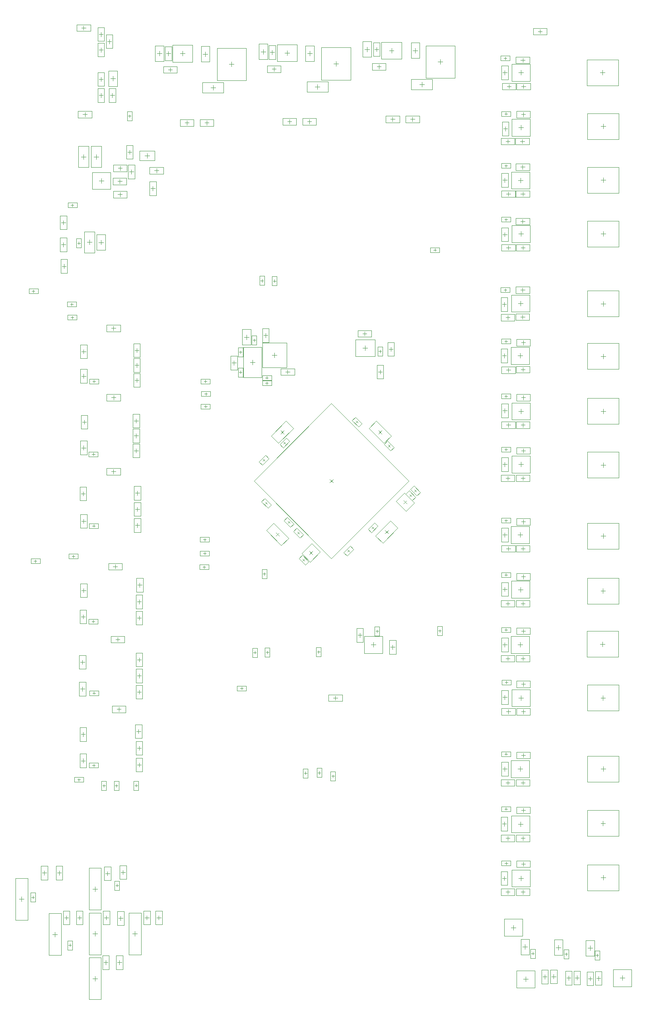
<source format=gbr>
%TF.GenerationSoftware,Altium Limited,Altium Designer,19.1.5 (86)*%
G04 Layer_Color=32896*
%FSLAX26Y26*%
%MOIN*%
%TF.FileFunction,Other,Top_Courtyard*%
%TF.Part,Single*%
G01*
G75*
%TA.AperFunction,NonConductor*%
%ADD98C,0.003937*%
%ADD153C,0.001968*%
D98*
X3366081Y4628919D02*
X3393919Y4601081D01*
X3366081D02*
X3393919Y4628919D01*
X3406081Y5456081D02*
X3433919Y5483919D01*
X3406081Y5483919D02*
X3433919Y5456081D01*
X3256648Y5243352D02*
X3273352Y5226648D01*
X3256648Y5226648D02*
X3273352Y5243352D01*
X4036648Y5546648D02*
X4053352Y5563352D01*
X4036648Y5563352D02*
X4053352Y5546648D01*
X4281081Y4621081D02*
X4308919Y4648919D01*
X4281081Y4648919D02*
X4308919Y4621081D01*
X4436029Y4898666D02*
X4463868Y4870827D01*
X4436029D02*
X4463868Y4898666D01*
X3646081Y4473919D02*
X3673919Y4446081D01*
X3646081Y4446081D02*
X3673919Y4473919D01*
X3170000Y6035315D02*
Y6074685D01*
X3150315Y6055000D02*
X3189685D01*
X2565315Y8640000D02*
X2604685D01*
X2585000Y8620315D02*
Y8659685D01*
X3440315Y8645000D02*
X3479685D01*
X3460000Y8625315D02*
Y8664685D01*
X4315787Y8665000D02*
X4355158D01*
X4335472Y8645315D02*
Y8684685D01*
X4095315Y6175000D02*
X4134685D01*
X4115000Y6155315D02*
Y6194685D01*
X3335118Y6115158D02*
X3374488D01*
X3354803Y6095472D02*
Y6134842D01*
X1215315Y1560000D02*
X1254685D01*
X1235000Y1540315D02*
Y1579685D01*
X2037284Y1030000D02*
X2072717D01*
X2055000Y1012284D02*
Y1047716D01*
X2047284Y1400000D02*
X2082717D01*
X2065000Y1382284D02*
Y1417716D01*
X1702284Y1405000D02*
X1737717D01*
X1720000Y1387284D02*
Y1422716D01*
X2367284Y1405000D02*
X2402717D01*
X2385000Y1387284D02*
Y1422716D01*
X2067284Y1785000D02*
X2102717D01*
X2085000Y1767284D02*
Y1802716D01*
X4222283Y5975000D02*
X4257717D01*
X4240000Y5957283D02*
Y5992717D01*
X4327283Y3670000D02*
X4362717D01*
X4345000Y3652284D02*
Y3687716D01*
X4052284Y3770000D02*
X4087717D01*
X4070000Y3752284D02*
Y3787716D01*
X5580000Y8807283D02*
Y8842717D01*
X5562283Y8825000D02*
X5597717D01*
X2447284Y8640000D02*
X2482717D01*
X2465000Y8622283D02*
Y8657717D01*
X2390000Y8620866D02*
Y8660236D01*
X2370315Y8640551D02*
X2409685D01*
X3317284Y8650000D02*
X3352717D01*
X3335000Y8632283D02*
Y8667717D01*
X3260000Y8635315D02*
Y8674685D01*
X3240315Y8655000D02*
X3279685D01*
X2620000Y8042283D02*
Y8077717D01*
X2602284Y8060000D02*
X2637716D01*
X3480000Y8052283D02*
Y8087717D01*
X3462284Y8070000D02*
X3497716D01*
X4192283Y8675000D02*
X4227717D01*
X4210000Y8657283D02*
Y8692717D01*
X4130000Y8655315D02*
Y8694685D01*
X4110315Y8675000D02*
X4149685D01*
X4345000Y8072283D02*
Y8107717D01*
X4327283Y8090000D02*
X4362717D01*
X2137284Y7650000D02*
X2172717D01*
X2155000Y7632283D02*
Y7667717D01*
X2060000Y7662283D02*
Y7697717D01*
X2042284Y7680000D02*
X2077716D01*
X2122284Y7815000D02*
X2157717D01*
X2140000Y7797283D02*
Y7832717D01*
X2317284Y7510000D02*
X2352717D01*
X2335000Y7492283D02*
Y7527717D01*
X2365512Y7642283D02*
Y7677717D01*
X2347795Y7660000D02*
X2383228D01*
X4312283Y6165000D02*
X4347717D01*
X4330000Y6147283D02*
Y6182717D01*
X4110000Y6277283D02*
Y6312717D01*
X4092284Y6295000D02*
X4127717D01*
X5982283Y895000D02*
X6017717D01*
X6000000Y877284D02*
Y912716D01*
X5802283Y900000D02*
X5837717D01*
X5820000Y882284D02*
Y917716D01*
X5602283Y910000D02*
X5637717D01*
X5620000Y892284D02*
Y927716D01*
X6000000Y1130315D02*
Y1169685D01*
X5980315Y1150000D02*
X6019685D01*
X5735000Y1135315D02*
Y1174685D01*
X5715315Y1155000D02*
X5754685D01*
X5455000Y1140315D02*
Y1179685D01*
X5435315Y1160000D02*
X5474685D01*
X1922284Y1030000D02*
X1957717D01*
X1940000Y1012284D02*
Y1047716D01*
X3865000Y3227284D02*
Y3262717D01*
X3847284Y3245000D02*
X3882716D01*
X1927284Y1405000D02*
X1962717D01*
X1945000Y1387284D02*
Y1422716D01*
X1592284Y1405000D02*
X1627717D01*
X1610000Y1387284D02*
Y1422716D01*
X2267284Y1405000D02*
X2302717D01*
X2285000Y1387284D02*
Y1422716D01*
X1937284Y1775000D02*
X1972717D01*
X1955000Y1757284D02*
Y1792716D01*
X1572284Y6859488D02*
X1607717D01*
X1590000Y6841772D02*
Y6877205D01*
X1567283Y7224488D02*
X1602716D01*
X1585000Y7206772D02*
Y7242205D01*
X1567283Y7040000D02*
X1602716D01*
X1585000Y7022283D02*
Y7057717D01*
X1732284Y2719488D02*
X1767717D01*
X1750000Y2701772D02*
Y2737205D01*
X1727284Y3320000D02*
X1762717D01*
X1745000Y3302284D02*
Y3337716D01*
X2197284Y2965000D02*
X2232717D01*
X2215000Y2947284D02*
Y2982716D01*
X2202284Y2685000D02*
X2237717D01*
X2220000Y2667284D02*
Y2702716D01*
X2202284Y2825000D02*
X2237717D01*
X2220000Y2807284D02*
Y2842716D01*
X1732284Y2940000D02*
X1767717D01*
X1750000Y2922284D02*
Y2957716D01*
X2202284Y3565000D02*
X2237717D01*
X2220000Y3547284D02*
Y3582716D01*
X2202284Y3295000D02*
X2237717D01*
X2220000Y3277284D02*
Y3312716D01*
X2202284Y3430000D02*
X2237717D01*
X2220000Y3412284D02*
Y3447716D01*
X1727284Y3545000D02*
X1762717D01*
X1745000Y3527284D02*
Y3562716D01*
X2050000Y3132283D02*
Y3167716D01*
X2032284Y3150000D02*
X2067716D01*
X2040512Y3717283D02*
Y3752716D01*
X2022795Y3735000D02*
X2058228D01*
X1732284Y3925000D02*
X1767717D01*
X1750000Y3907284D02*
Y3942716D01*
X1737284Y4725000D02*
X1772717D01*
X1755000Y4707283D02*
Y4742717D01*
X2207284Y4190000D02*
X2242717D01*
X2225000Y4172283D02*
Y4207717D01*
X2202284Y3915000D02*
X2237717D01*
X2220000Y3897284D02*
Y3932716D01*
X2202284Y4050000D02*
X2237717D01*
X2220000Y4032284D02*
Y4067716D01*
X1737284Y4145000D02*
X1772717D01*
X1755000Y4127283D02*
Y4162717D01*
X2187284Y4960000D02*
X2222717D01*
X2205000Y4942283D02*
Y4977717D01*
X2187284Y4690000D02*
X2222717D01*
X2205000Y4672283D02*
Y4707717D01*
X2187284Y4825000D02*
X2222717D01*
X2205000Y4807283D02*
Y4842717D01*
X1732284Y4954488D02*
X1767717D01*
X1750000Y4936772D02*
Y4972205D01*
X2019488Y4327283D02*
Y4362717D01*
X2001772Y4345000D02*
X2037205D01*
X2005000Y5122283D02*
Y5157717D01*
X1987284Y5140000D02*
X2022716D01*
X1737284Y5339488D02*
X1772717D01*
X1755000Y5321772D02*
Y5357205D01*
X1737284Y5939488D02*
X1772717D01*
X1755000Y5921772D02*
Y5957205D01*
X2177284Y5564488D02*
X2212717D01*
X2195000Y5546772D02*
Y5582205D01*
X2177284Y5315000D02*
X2212717D01*
X2195000Y5297283D02*
Y5332717D01*
X2177284Y5440000D02*
X2212717D01*
X2195000Y5422283D02*
Y5457717D01*
X1742284Y5555000D02*
X1777717D01*
X1760000Y5537283D02*
Y5572717D01*
X2182284Y6154488D02*
X2217717D01*
X2200000Y6136772D02*
Y6172205D01*
X2182284Y5904488D02*
X2217717D01*
X2200000Y5886772D02*
Y5922205D01*
X2182284Y6030000D02*
X2217717D01*
X2200000Y6012283D02*
Y6047717D01*
X1737284Y6145000D02*
X1772717D01*
X1755000Y6127283D02*
Y6162717D01*
X2005512Y5742283D02*
Y5777717D01*
X1987795Y5760000D02*
X2023228D01*
X2005000Y6322283D02*
Y6357717D01*
X1987284Y6340000D02*
X2022716D01*
X1882284Y8670512D02*
X1917717D01*
X1900000Y8652795D02*
Y8688228D01*
X1882284Y8290000D02*
X1917717D01*
X1900000Y8272283D02*
Y8307717D01*
X1755000Y8837283D02*
Y8872717D01*
X1737284Y8855000D02*
X1772716D01*
X1765512Y8112283D02*
Y8147717D01*
X1747795Y8130000D02*
X1783228D01*
X1882284Y8800512D02*
X1917717D01*
X1900000Y8782795D02*
Y8818228D01*
X1882284Y8425000D02*
X1917717D01*
X1900000Y8407283D02*
Y8442717D01*
X1407283Y1780000D02*
X1442716D01*
X1425000Y1762284D02*
Y1797716D01*
X1532284Y1780000D02*
X1567717D01*
X1550000Y1762284D02*
Y1797716D01*
X3465000Y5957283D02*
Y5992717D01*
X3447284Y5975000D02*
X3482716D01*
X2997283Y6050000D02*
X3032716D01*
X3015000Y6032283D02*
Y6067717D01*
X3262283Y6280000D02*
X3297716D01*
X3280000Y6262283D02*
Y6297717D01*
X5262283Y1735000D02*
X5297717D01*
X5280000Y1717284D02*
Y1752716D01*
X5262283Y2190000D02*
X5297717D01*
X5280000Y2172284D02*
Y2207716D01*
X5310000Y1602283D02*
Y1637716D01*
X5292283Y1620000D02*
X5327717D01*
X5310512Y2052283D02*
Y2087716D01*
X5292795Y2070000D02*
X5328228D01*
X5440000Y1837283D02*
Y1872716D01*
X5422283Y1855000D02*
X5457717D01*
X5440000Y2287283D02*
Y2322716D01*
X5422283Y2305000D02*
X5457717D01*
X5267283Y2650000D02*
X5302717D01*
X5285000Y2632284D02*
Y2667716D01*
X5267283Y3250000D02*
X5302717D01*
X5285000Y3232284D02*
Y3267716D01*
X5310000Y2517283D02*
Y2552716D01*
X5292283Y2535000D02*
X5327717D01*
X5315000Y3112283D02*
Y3147716D01*
X5297283Y3130000D02*
X5332717D01*
X5440000Y2747283D02*
Y2782716D01*
X5422283Y2765000D02*
X5457717D01*
X5440000Y3342283D02*
Y3377716D01*
X5422283Y3360000D02*
X5457717D01*
X5267283Y3690000D02*
X5302717D01*
X5285000Y3672284D02*
Y3707716D01*
X5267283Y4155000D02*
X5302717D01*
X5285000Y4137283D02*
Y4172717D01*
X5310000Y3557283D02*
Y3592716D01*
X5292283Y3575000D02*
X5327717D01*
X5310000Y4017283D02*
Y4052716D01*
X5292283Y4035000D02*
X5327717D01*
X5440000Y3787283D02*
Y3822716D01*
X5422283Y3805000D02*
X5457717D01*
X5440000Y4242283D02*
Y4277717D01*
X5422283Y4260000D02*
X5457717D01*
X5267283Y4610000D02*
X5302717D01*
X5285000Y4592283D02*
Y4627717D01*
X5267283Y5200000D02*
X5302717D01*
X5285000Y5182283D02*
Y5217717D01*
X5315000Y4477283D02*
Y4512717D01*
X5297283Y4495000D02*
X5332717D01*
X5310000Y5067283D02*
Y5102717D01*
X5292283Y5085000D02*
X5327717D01*
X5440000Y4702283D02*
Y4737717D01*
X5422283Y4720000D02*
X5457717D01*
X5440000Y5297283D02*
Y5332717D01*
X5422283Y5315000D02*
X5457717D01*
X5267283Y5650000D02*
X5302717D01*
X5285000Y5632283D02*
Y5667717D01*
X5315000Y5512283D02*
Y5547717D01*
X5297283Y5530000D02*
X5332717D01*
X5440000Y5742283D02*
Y5777717D01*
X5422283Y5760000D02*
X5457717D01*
X5262283Y6540000D02*
X5297717D01*
X5280000Y6522283D02*
Y6557717D01*
X5262283Y6110000D02*
X5297717D01*
X5280000Y6092283D02*
Y6127717D01*
X5315000Y5972283D02*
Y6007717D01*
X5297283Y5990000D02*
X5332717D01*
X5310512Y6412283D02*
Y6447717D01*
X5292795Y6430000D02*
X5328228D01*
X5440000Y6202283D02*
Y6237717D01*
X5422283Y6220000D02*
X5457717D01*
X5435000Y6642283D02*
Y6677717D01*
X5417283Y6660000D02*
X5452717D01*
X5267283Y7580000D02*
X5302717D01*
X5285000Y7562283D02*
Y7597717D01*
X5267283Y7125000D02*
X5302717D01*
X5285000Y7107283D02*
Y7142717D01*
X5315000Y6997283D02*
Y7032717D01*
X5297283Y7015000D02*
X5332717D01*
X5315000Y7447283D02*
Y7482717D01*
X5297283Y7465000D02*
X5332717D01*
X5435000Y7217283D02*
Y7252717D01*
X5417283Y7235000D02*
X5452717D01*
X5435000Y7672283D02*
Y7707717D01*
X5417283Y7690000D02*
X5452717D01*
X5272283Y8010000D02*
X5307717D01*
X5290000Y7992283D02*
Y8027717D01*
X5267283Y8480000D02*
X5302717D01*
X5285000Y8462283D02*
Y8497717D01*
X5310512Y7887283D02*
Y7922717D01*
X5292795Y7905000D02*
X5328228D01*
X5320000Y8347283D02*
Y8382717D01*
X5302283Y8365000D02*
X5337717D01*
X5440000Y8112283D02*
Y8147717D01*
X5422283Y8130000D02*
X5457717D01*
X5435512Y8567283D02*
Y8602717D01*
X5417795Y8585000D02*
X5453228D01*
X5420000Y1715315D02*
Y1754685D01*
X5400315Y1735000D02*
X5439685D01*
X5418307Y2167913D02*
Y2207284D01*
X5398622Y2187598D02*
X5437992D01*
X5415000Y2630315D02*
Y2669685D01*
X5395315Y2650000D02*
X5434685D01*
X5420000Y3225315D02*
Y3264685D01*
X5400315Y3245000D02*
X5439685D01*
X5415000Y3670315D02*
Y3709685D01*
X5395315Y3690000D02*
X5434685D01*
X5418307Y4132717D02*
Y4172087D01*
X5398622Y4152401D02*
X5437992D01*
X5415000Y4590315D02*
Y4629685D01*
X5395315Y4610000D02*
X5434685D01*
X5420000Y5180315D02*
Y5219685D01*
X5400315Y5200000D02*
X5439685D01*
X5420000Y5625315D02*
Y5664685D01*
X5400315Y5645000D02*
X5439685D01*
X5415000Y6090315D02*
Y6129685D01*
X5395315Y6110000D02*
X5434685D01*
X5418307Y6527717D02*
Y6567087D01*
X5398622Y6547401D02*
X5437992D01*
X5420000Y7110315D02*
Y7149685D01*
X5400315Y7130000D02*
X5439685D01*
X5418307Y7557717D02*
Y7597087D01*
X5398622Y7577401D02*
X5437992D01*
X5420000Y8000315D02*
Y8039685D01*
X5400315Y8020000D02*
X5439685D01*
X5420000Y8460315D02*
Y8499685D01*
X5400315Y8480000D02*
X5439685D01*
X1905000Y7555315D02*
Y7594685D01*
X1885315Y7575000D02*
X1924685D01*
X6270000Y880315D02*
Y919685D01*
X6250315Y900000D02*
X6289685D01*
X5460000Y870315D02*
Y909685D01*
X5440315Y890000D02*
X5479685D01*
X5358307Y1302913D02*
Y1342284D01*
X5338622Y1322598D02*
X5377992D01*
X4185000Y3670315D02*
Y3709685D01*
X4165315Y3690000D02*
X4204685D01*
X2786968Y8042283D02*
Y8077717D01*
X2769252Y8060000D02*
X2804685D01*
X3646968Y8052283D02*
Y8087717D01*
X3629252Y8070000D02*
X3664685D01*
X4511968Y8072283D02*
Y8107717D01*
X4494252Y8090000D02*
X4529685D01*
X2058032Y7552283D02*
Y7587717D01*
X2040315Y7570000D02*
X2075748D01*
X2059488Y7442283D02*
Y7477717D01*
X2041772Y7460000D02*
X2077205D01*
X5436968Y1602283D02*
Y1637716D01*
X5419252Y1620000D02*
X5454685D01*
X5436968Y2052283D02*
Y2087716D01*
X5419252Y2070000D02*
X5454685D01*
X5436968Y2517283D02*
Y2552716D01*
X5419252Y2535000D02*
X5454685D01*
X5440512Y3112283D02*
Y3147716D01*
X5422795Y3130000D02*
X5458228D01*
X5436968Y3557283D02*
Y3592716D01*
X5419252Y3575000D02*
X5454685D01*
X5436968Y4017283D02*
Y4052716D01*
X5419252Y4035000D02*
X5454685D01*
X5436968Y4477283D02*
Y4512717D01*
X5419252Y4495000D02*
X5454685D01*
X5436968Y5067283D02*
Y5102717D01*
X5419252Y5085000D02*
X5454685D01*
X5436968Y5512283D02*
Y5547717D01*
X5419252Y5530000D02*
X5454685D01*
X5436968Y5977283D02*
Y6012717D01*
X5419252Y5995000D02*
X5454685D01*
X5434488Y6417283D02*
Y6452717D01*
X5416772Y6435000D02*
X5452205D01*
X5436968Y6997283D02*
Y7032717D01*
X5419252Y7015000D02*
X5454685D01*
X5435512Y7447283D02*
Y7482717D01*
X5417795Y7465000D02*
X5453228D01*
X5431968Y7887283D02*
Y7922717D01*
X5414252Y7905000D02*
X5449685D01*
X5441968Y8347283D02*
Y8382717D01*
X5424252Y8365000D02*
X5459685D01*
X6052283Y896968D02*
X6087717D01*
X6070000Y879252D02*
Y914685D01*
X5872283Y901968D02*
X5907717D01*
X5890000Y884252D02*
Y919685D01*
X5677283Y911968D02*
X5712717D01*
X5695000Y894252D02*
Y929685D01*
X2995000Y8530315D02*
Y8569685D01*
X2975315Y8550000D02*
X3014685D01*
X3870000Y8535315D02*
Y8574685D01*
X3850315Y8555000D02*
X3889685D01*
X4745000Y8550315D02*
Y8589685D01*
X4725315Y8570000D02*
X4764685D01*
X1900000Y7039764D02*
Y7079134D01*
X1880315Y7059449D02*
X1919685D01*
X2000000Y8410866D02*
Y8450236D01*
X1980315Y8430551D02*
X2019685D01*
X3120000Y6245315D02*
Y6284685D01*
X3100315Y6265000D02*
X3139685D01*
X6110000Y1720315D02*
Y1759685D01*
X6090315Y1740000D02*
X6129685D01*
X6108543Y2175315D02*
Y2214685D01*
X6088858Y2195000D02*
X6128228D01*
X6110000Y2630315D02*
Y2669685D01*
X6090315Y2650000D02*
X6129685D01*
X6108543Y3225315D02*
Y3264685D01*
X6088858Y3245000D02*
X6128228D01*
X6105000Y3675315D02*
Y3714685D01*
X6085315Y3695000D02*
X6124685D01*
X6108543Y4120315D02*
Y4159685D01*
X6088858Y4140000D02*
X6128228D01*
X6110000Y4580315D02*
Y4619685D01*
X6090315Y4600000D02*
X6129685D01*
X6110000Y5175315D02*
Y5214685D01*
X6090315Y5195000D02*
X6129685D01*
X6110000Y5625315D02*
Y5664685D01*
X6090315Y5645000D02*
X6129685D01*
X6110000Y6085315D02*
Y6124685D01*
X6090315Y6105000D02*
X6129685D01*
X6110000Y6525315D02*
Y6564685D01*
X6090315Y6545000D02*
X6129685D01*
X6110000Y7110315D02*
Y7149685D01*
X6090315Y7130000D02*
X6129685D01*
X6110000Y7560315D02*
Y7599685D01*
X6090315Y7580000D02*
X6129685D01*
X6110000Y8010315D02*
Y8049685D01*
X6090315Y8030000D02*
X6129685D01*
X6105000Y8460315D02*
Y8499685D01*
X6085315Y8480000D02*
X6124685D01*
X2268071Y7785000D02*
X2307441D01*
X2287756Y7765315D02*
Y7804685D01*
X1913189Y2510000D02*
X1936811D01*
X1925000Y2498189D02*
Y2521811D01*
X3343189Y6735000D02*
X3366811D01*
X3355000Y6723189D02*
Y6746811D01*
X3178189Y3625000D02*
X3201811D01*
X3190000Y3613189D02*
Y3636811D01*
X4700000Y6983189D02*
Y7006811D01*
X4688189Y6995000D02*
X4711811D01*
X3713189Y3630000D02*
X3736811D01*
X3725000Y3618189D02*
Y3641811D01*
X2780000Y5778189D02*
Y5801811D01*
X2768189Y5790000D02*
X2791811D01*
X2770000Y4443189D02*
Y4466811D01*
X2758189Y4455000D02*
X2781811D01*
X3833189Y2590000D02*
X3856811D01*
X3845000Y2578189D02*
Y2601811D01*
X3238189Y6738110D02*
X3261811D01*
X3250000Y6726299D02*
Y6749921D01*
X2776890Y5673189D02*
Y5696811D01*
X2765079Y5685000D02*
X2788701D01*
X3283189Y3626890D02*
X3306811D01*
X3295000Y3615079D02*
Y3638701D01*
X2770000Y4558189D02*
Y4581811D01*
X2758189Y4570000D02*
X2781811D01*
X3718189Y2618110D02*
X3741811D01*
X3730000Y2606299D02*
Y2629921D01*
X2018189Y2510000D02*
X2041811D01*
X2030000Y2498189D02*
Y2521811D01*
X1660000Y6418189D02*
Y6441811D01*
X1648189Y6430000D02*
X1671811D01*
X1715000Y2548189D02*
Y2571811D01*
X1703189Y2560000D02*
X1726811D01*
X2775000Y5883189D02*
Y5906811D01*
X2763189Y5895000D02*
X2786811D01*
X2765000Y4328189D02*
Y4351811D01*
X2753189Y4340000D02*
X2776811D01*
X3603189Y2615000D02*
X3626811D01*
X3615000Y2603189D02*
Y2626811D01*
X2183189Y2511890D02*
X2206811D01*
X2195000Y2500079D02*
Y2523701D01*
X1668110Y4418189D02*
Y4441811D01*
X1656299Y4430000D02*
X1679921D01*
X1655000Y6528189D02*
Y6551811D01*
X1643189Y6540000D02*
X1666811D01*
X1660000Y7358189D02*
Y7381811D01*
X1648189Y7370000D02*
X1671811D01*
X2128189Y8116890D02*
X2151811D01*
X2140000Y8105079D02*
Y8128701D01*
X1350000Y4378189D02*
Y4401811D01*
X1338189Y4390000D02*
X1361811D01*
X1333110Y6638189D02*
Y6661811D01*
X1321299Y6650000D02*
X1344921D01*
X4728189Y3806890D02*
X4751811D01*
X4740000Y3795079D02*
Y3818701D01*
X3080000Y3313189D02*
Y3336811D01*
X3068189Y3325000D02*
X3091811D01*
X6048189Y1090000D02*
X6071811D01*
X6060000Y1078189D02*
Y1101811D01*
X5788189Y1100000D02*
X5811811D01*
X5800000Y1088189D02*
Y1111811D01*
X5508189Y1105000D02*
X5531811D01*
X5520000Y1093189D02*
Y1116811D01*
X2023189Y1675000D02*
X2046811D01*
X2035000Y1663189D02*
Y1686811D01*
X1628189Y1175000D02*
X1651811D01*
X1640000Y1163189D02*
Y1186811D01*
X3258189Y4283346D02*
X3281811D01*
X3270000Y4271535D02*
Y4295158D01*
X4203189Y3803110D02*
X4226811D01*
X4215000Y3791299D02*
Y3814921D01*
X5296890Y1848189D02*
Y1871811D01*
X5285079Y1860000D02*
X5308701D01*
X5295000Y2303189D02*
Y2326811D01*
X5283189Y2315000D02*
X5306811D01*
X5295000Y2763189D02*
Y2786811D01*
X5283189Y2775000D02*
X5306811D01*
X5298110Y3363189D02*
Y3386811D01*
X5286299Y3375000D02*
X5309921D01*
X5295000Y3803189D02*
Y3826811D01*
X5283189Y3815000D02*
X5306811D01*
X5295000Y4263189D02*
Y4286811D01*
X5283189Y4275000D02*
X5306811D01*
X5295000Y4718189D02*
Y4741811D01*
X5283189Y4730000D02*
X5306811D01*
X5295000Y5313189D02*
Y5336811D01*
X5283189Y5325000D02*
X5306811D01*
X5295000Y5758189D02*
Y5781811D01*
X5283189Y5770000D02*
X5306811D01*
X5295000Y6218189D02*
Y6241811D01*
X5283189Y6230000D02*
X5306811D01*
X5290000Y6648189D02*
Y6671811D01*
X5278189Y6660000D02*
X5301811D01*
X5295000Y7238189D02*
Y7261811D01*
X5283189Y7250000D02*
X5306811D01*
X5295000Y7688189D02*
Y7711811D01*
X5283189Y7700000D02*
X5306811D01*
X5295000Y8123189D02*
Y8146811D01*
X5283189Y8135000D02*
X5306811D01*
X5290000Y8588189D02*
Y8611811D01*
X5278189Y8600000D02*
X5301811D01*
X3546648Y4616648D02*
X3563352Y4633352D01*
X3546648D02*
X3563352Y4616648D01*
X4306960Y5346337D02*
X4323663Y5363040D01*
X4306960D02*
X4323663Y5346337D01*
X4526396Y4971395D02*
X4543099Y4988098D01*
X4526395Y4988098D02*
X4543099Y4971395D01*
X3466648Y4706648D02*
X3483352Y4723352D01*
X3466648D02*
X3483352Y4706648D01*
X4171648Y4678352D02*
X4188352Y4661648D01*
X4171648Y4661648D02*
X4188352Y4678352D01*
X3276648Y4866648D02*
X3293352Y4883352D01*
X3276648Y4883352D02*
X3293352Y4866648D01*
X3431648Y5388352D02*
X3448352Y5371648D01*
X3431648Y5371648D02*
X3448352Y5388352D01*
X3966648Y4483352D02*
X3983352Y4466648D01*
X3966648Y4466648D02*
X3983352Y4483352D01*
X4226081Y5483919D02*
X4253919Y5456081D01*
X4226081D02*
X4253919Y5483919D01*
X4486396Y4931395D02*
X4503099Y4948098D01*
X4486395Y4948098D02*
X4503099Y4931395D01*
X3591648Y4391648D02*
X3608352Y4408352D01*
X3591648Y4408352D02*
X3608352Y4391648D01*
X2820315Y8355000D02*
X2859685D01*
X2840000Y8335315D02*
Y8374685D01*
X2775000Y8615315D02*
Y8654685D01*
X2755315Y8635000D02*
X2794685D01*
X2480000Y8487283D02*
Y8522717D01*
X2462284Y8505000D02*
X2497716D01*
X3695315Y8360000D02*
X3734685D01*
X3715000Y8340315D02*
Y8379685D01*
X3650000Y8620315D02*
Y8659685D01*
X3630315Y8640000D02*
X3669685D01*
X3350000Y8492283D02*
Y8527717D01*
X3332284Y8510000D02*
X3367716D01*
X4570315Y8380000D02*
X4609685D01*
X4590000Y8360315D02*
Y8399685D01*
X4230000Y8512283D02*
Y8547717D01*
X4212283Y8530000D02*
X4247717D01*
X4535000Y8645315D02*
Y8684685D01*
X4515315Y8665000D02*
X4554685D01*
X1860000Y7755315D02*
Y7794685D01*
X1840315Y7775000D02*
X1879685D01*
X1755000Y7755315D02*
Y7794685D01*
X1735315Y7775000D02*
X1774685D01*
X4228189Y6146890D02*
X4251811D01*
X4240000Y6135079D02*
Y6158701D01*
X1703189Y7051890D02*
X1726811D01*
X1715000Y7040079D02*
Y7063701D01*
X1805000Y7040315D02*
Y7079685D01*
X1785315Y7060000D02*
X1824685D01*
X1840000Y2668189D02*
Y2691811D01*
X1828189Y2680000D02*
X1851811D01*
X1841890Y3273189D02*
Y3296811D01*
X1830079Y3285000D02*
X1853701D01*
X1835000Y3873189D02*
Y3896811D01*
X1823189Y3885000D02*
X1846811D01*
X1840000Y4673189D02*
Y4696811D01*
X1828189Y4685000D02*
X1851811D01*
X1836890Y5273189D02*
Y5296811D01*
X1825079Y5285000D02*
X1848701D01*
X1841890Y5883189D02*
Y5906811D01*
X1830079Y5895000D02*
X1853701D01*
X1952284Y8740512D02*
X1987717D01*
X1970000Y8722795D02*
Y8758228D01*
X1977284Y8290000D02*
X2012717D01*
X1995000Y8272283D02*
Y8307717D01*
X1318189Y1575000D02*
X1341811D01*
X1330000Y1563189D02*
Y1586811D01*
X3058189Y5971890D02*
X3081811D01*
X3070000Y5960079D02*
Y5983701D01*
X3058189Y6140000D02*
X3081811D01*
X3070000Y6128189D02*
Y6151811D01*
X3290000Y5868189D02*
Y5891811D01*
X3278189Y5880000D02*
X3301811D01*
X3290000Y5913189D02*
Y5936811D01*
X3278189Y5925000D02*
X3301811D01*
X3173189Y6240000D02*
X3196811D01*
X3185000Y6228189D02*
Y6251811D01*
X1830315Y1270000D02*
X1869685D01*
X1850000Y1250315D02*
Y1289685D01*
X2165315Y1270000D02*
X2204685D01*
X2185000Y1250315D02*
Y1289685D01*
X1830315Y895000D02*
X1869685D01*
X1850000Y875315D02*
Y914685D01*
X1495315Y1265000D02*
X1534685D01*
X1515000Y1245315D02*
Y1284685D01*
X1830315Y1645000D02*
X1869685D01*
X1850000Y1625315D02*
Y1664685D01*
X3818077Y5075165D02*
X3845916Y5047326D01*
X3818077D02*
X3845916Y5075165D01*
D153*
X3412015Y4521740D02*
X3473260Y4582985D01*
X3286740Y4647015D02*
X3347985Y4708260D01*
X3286740Y4647015D02*
X3412015Y4521740D01*
X3347985Y4708260D02*
X3473260Y4582985D01*
X3326740Y5437985D02*
X3387985Y5376740D01*
X3452015Y5563260D02*
X3513260Y5502015D01*
X3326740Y5437985D02*
X3452015Y5563260D01*
X3387985Y5376740D02*
X3513260Y5502015D01*
X3224634Y5222472D02*
X3278919Y5276758D01*
X3252472Y5194634D02*
X3306758Y5248919D01*
X3224634Y5222472D02*
X3252472Y5194634D01*
X3278919Y5276758D02*
X3306758Y5248919D01*
X4032472Y5595366D02*
X4086758Y5541081D01*
X4004634Y5567528D02*
X4058919Y5513242D01*
X4004634Y5567528D02*
X4032472Y5595366D01*
X4058919Y5513242D02*
X4086758Y5541081D01*
X4201740Y4602985D02*
X4262985Y4541740D01*
X4327015Y4728260D02*
X4388260Y4667015D01*
X4201740Y4602985D02*
X4327015Y4728260D01*
X4262985Y4541740D02*
X4388260Y4667015D01*
X4373392Y4891706D02*
X4442989Y4961303D01*
X4456908Y4808189D02*
X4526506Y4877786D01*
X4442989Y4961303D02*
X4526506Y4877786D01*
X4373392Y4891706D02*
X4456908Y4808189D01*
X3653040Y4382051D02*
X3737949Y4466960D01*
X3582051Y4453040D02*
X3666960Y4537949D01*
X3737949Y4466960D01*
X3582051Y4453040D02*
X3653040Y4382051D01*
X3093228Y6180984D02*
X3246772D01*
X3093228Y5929016D02*
X3246772D01*
Y6180984D01*
X3093228Y5929016D02*
Y6180984D01*
X2668662Y8569134D02*
Y8710866D01*
X2501339Y8569134D02*
Y8710866D01*
Y8569134D02*
X2668662D01*
X2501339Y8710866D02*
X2668662D01*
X3543662Y8574134D02*
Y8715866D01*
X3376339Y8574134D02*
Y8715866D01*
Y8574134D02*
X3543662D01*
X3376339Y8715866D02*
X3543662D01*
X4419134Y8594134D02*
Y8735866D01*
X4251811Y8594134D02*
Y8735866D01*
Y8594134D02*
X4419134D01*
X4251811Y8735866D02*
X4419134D01*
X4032126Y6104134D02*
Y6245866D01*
X4197874Y6104134D02*
Y6245866D01*
X4032126D02*
X4197874D01*
X4032126Y6104134D02*
X4197874D01*
X3252441Y6012795D02*
Y6217520D01*
X3457165Y6012795D02*
Y6217520D01*
X3252441D02*
X3457165D01*
X3252441Y6012795D02*
X3457165D01*
X1286181Y1384803D02*
Y1735197D01*
X1183819Y1384803D02*
Y1735197D01*
X1286181D01*
X1183819Y1384803D02*
X1286181D01*
X2082559Y972913D02*
Y1087087D01*
X2027441Y972913D02*
Y1087087D01*
X2082559D01*
X2027441Y972913D02*
X2082559D01*
X2092559Y1342913D02*
Y1457087D01*
X2037441Y1342913D02*
Y1457087D01*
X2092559D01*
X2037441Y1342913D02*
X2092559D01*
X1747559Y1347913D02*
Y1462087D01*
X1692441Y1347913D02*
Y1462087D01*
X1747559D01*
X1692441Y1347913D02*
X1747559D01*
X2412559D02*
Y1462087D01*
X2357441Y1347913D02*
Y1462087D01*
X2412559D01*
X2357441Y1347913D02*
X2412559D01*
X2112559Y1727913D02*
Y1842087D01*
X2057441Y1727913D02*
Y1842087D01*
X2112559D01*
X2057441Y1727913D02*
X2112559D01*
X4212441Y5917913D02*
Y6032087D01*
X4267559Y5917913D02*
Y6032087D01*
X4212441Y5917913D02*
X4267559D01*
X4212441Y6032087D02*
X4267559D01*
X4372559Y3612913D02*
Y3727087D01*
X4317441Y3612913D02*
Y3727087D01*
X4372559D01*
X4317441Y3612913D02*
X4372559D01*
X4097559Y3712913D02*
Y3827087D01*
X4042441Y3712913D02*
Y3827087D01*
X4097559D01*
X4042441Y3712913D02*
X4097559D01*
X5522913Y8852559D02*
X5637087D01*
X5522913Y8797441D02*
X5637087D01*
X5522913D02*
Y8852559D01*
X5637087Y8797441D02*
Y8852559D01*
X2492559Y8582913D02*
Y8697087D01*
X2437441Y8582913D02*
Y8697087D01*
X2492559D01*
X2437441Y8582913D02*
X2492559D01*
X2354567Y8705512D02*
X2425433D01*
X2354567Y8575591D02*
X2425433D01*
Y8705512D01*
X2354567Y8575591D02*
Y8705512D01*
X3362559Y8592913D02*
Y8707087D01*
X3307441Y8592913D02*
Y8707087D01*
X3362559D01*
X3307441Y8592913D02*
X3362559D01*
X3224567Y8719961D02*
X3295433D01*
X3224567Y8590039D02*
X3295433D01*
Y8719961D01*
X3224567Y8590039D02*
Y8719961D01*
X2562913Y8032441D02*
X2677087D01*
X2562913Y8087559D02*
X2677087D01*
Y8032441D02*
Y8087559D01*
X2562913Y8032441D02*
Y8087559D01*
X3422913Y8042441D02*
X3537087D01*
X3422913Y8097559D02*
X3537087D01*
Y8042441D02*
Y8097559D01*
X3422913Y8042441D02*
Y8097559D01*
X4237559Y8617913D02*
Y8732087D01*
X4182441Y8617913D02*
Y8732087D01*
X4237559D01*
X4182441Y8617913D02*
X4237559D01*
X4094567Y8739961D02*
X4165433D01*
X4094567Y8610039D02*
X4165433D01*
Y8739961D01*
X4094567Y8610039D02*
Y8739961D01*
X4287913Y8062441D02*
X4402087D01*
X4287913Y8117559D02*
X4402087D01*
Y8062441D02*
Y8117559D01*
X4287913Y8062441D02*
Y8117559D01*
X2182559Y7592913D02*
Y7707087D01*
X2127441Y7592913D02*
Y7707087D01*
X2182559D01*
X2127441Y7592913D02*
X2182559D01*
X2002913Y7652441D02*
X2117087D01*
X2002913Y7707559D02*
X2117087D01*
Y7652441D02*
Y7707559D01*
X2002913Y7652441D02*
Y7707559D01*
X2167559Y7757913D02*
Y7872087D01*
X2112441Y7757913D02*
Y7872087D01*
X2167559D01*
X2112441Y7757913D02*
X2167559D01*
X2362559Y7452913D02*
Y7567087D01*
X2307441Y7452913D02*
Y7567087D01*
X2362559D01*
X2307441Y7452913D02*
X2362559D01*
X2308425Y7687559D02*
X2422598D01*
X2308425Y7632441D02*
X2422598D01*
X2308425D02*
Y7687559D01*
X2422598Y7632441D02*
Y7687559D01*
X4302441Y6107913D02*
Y6222087D01*
X4357559Y6107913D02*
Y6222087D01*
X4302441Y6107913D02*
X4357559D01*
X4302441Y6222087D02*
X4357559D01*
X4052913Y6267441D02*
X4167087D01*
X4052913Y6322559D02*
X4167087D01*
Y6267441D02*
Y6322559D01*
X4052913Y6267441D02*
Y6322559D01*
X6027559Y837913D02*
Y952087D01*
X5972441Y837913D02*
Y952087D01*
X6027559D01*
X5972441Y837913D02*
X6027559D01*
X5847559Y842913D02*
Y957087D01*
X5792441Y842913D02*
Y957087D01*
X5847559D01*
X5792441Y842913D02*
X5847559D01*
X5647559Y852913D02*
Y967087D01*
X5592441Y852913D02*
Y967087D01*
X5647559D01*
X5592441Y852913D02*
X5647559D01*
X5964567Y1214961D02*
X6035433D01*
X5964567Y1085039D02*
X6035433D01*
Y1214961D01*
X5964567Y1085039D02*
Y1214961D01*
X5699567Y1219961D02*
X5770433D01*
X5699567Y1090039D02*
X5770433D01*
Y1219961D01*
X5699567Y1090039D02*
Y1219961D01*
X5419567Y1224961D02*
X5490433D01*
X5419567Y1095039D02*
X5490433D01*
Y1224961D01*
X5419567Y1095039D02*
Y1224961D01*
X1967559Y972913D02*
Y1087087D01*
X1912441Y972913D02*
Y1087087D01*
X1967559D01*
X1912441Y972913D02*
X1967559D01*
X3807913Y3272559D02*
X3922087D01*
X3807913Y3217441D02*
X3922087D01*
X3807913D02*
Y3272559D01*
X3922087Y3217441D02*
Y3272559D01*
X1972559Y1347913D02*
Y1462087D01*
X1917441Y1347913D02*
Y1462087D01*
X1972559D01*
X1917441Y1347913D02*
X1972559D01*
X1637559D02*
Y1462087D01*
X1582441Y1347913D02*
Y1462087D01*
X1637559D01*
X1582441Y1347913D02*
X1637559D01*
X2312559D02*
Y1462087D01*
X2257441Y1347913D02*
Y1462087D01*
X2312559D01*
X2257441Y1347913D02*
X2312559D01*
X1982559Y1717913D02*
Y1832087D01*
X1927441Y1717913D02*
Y1832087D01*
X1982559D01*
X1927441Y1717913D02*
X1982559D01*
X1617559Y6802402D02*
Y6916575D01*
X1562441Y6802402D02*
Y6916575D01*
X1617559D01*
X1562441Y6802402D02*
X1617559D01*
X1557441Y7167402D02*
Y7281575D01*
X1612559Y7167402D02*
Y7281575D01*
X1557441Y7167402D02*
X1612559D01*
X1557441Y7281575D02*
X1612559D01*
X1557441Y6982913D02*
Y7097087D01*
X1612559Y6982913D02*
Y7097087D01*
X1557441Y6982913D02*
X1612559D01*
X1557441Y7097087D02*
X1612559D01*
X1777559Y2662402D02*
Y2776575D01*
X1722441Y2662402D02*
Y2776575D01*
X1777559D01*
X1722441Y2662402D02*
X1777559D01*
X1772559Y3262913D02*
Y3377087D01*
X1717441Y3262913D02*
Y3377087D01*
X1772559D01*
X1717441Y3262913D02*
X1772559D01*
X2242559Y2907913D02*
Y3022087D01*
X2187441Y2907913D02*
Y3022087D01*
X2242559D01*
X2187441Y2907913D02*
X2242559D01*
X2247559Y2627913D02*
Y2742087D01*
X2192441Y2627913D02*
Y2742087D01*
X2247559D01*
X2192441Y2627913D02*
X2247559D01*
Y2767913D02*
Y2882087D01*
X2192441Y2767913D02*
Y2882087D01*
X2247559D01*
X2192441Y2767913D02*
X2247559D01*
X1777559Y2882913D02*
Y2997087D01*
X1722441Y2882913D02*
Y2997087D01*
X1777559D01*
X1722441Y2882913D02*
X1777559D01*
X2247559Y3507913D02*
Y3622087D01*
X2192441Y3507913D02*
Y3622087D01*
X2247559D01*
X2192441Y3507913D02*
X2247559D01*
Y3237913D02*
Y3352087D01*
X2192441Y3237913D02*
Y3352087D01*
X2247559D01*
X2192441Y3237913D02*
X2247559D01*
Y3372913D02*
Y3487087D01*
X2192441Y3372913D02*
Y3487087D01*
X2247559D01*
X2192441Y3372913D02*
X2247559D01*
X1772559Y3487913D02*
Y3602087D01*
X1717441Y3487913D02*
Y3602087D01*
X1772559D01*
X1717441Y3487913D02*
X1772559D01*
X1992913Y3122441D02*
X2107087D01*
X1992913Y3177559D02*
X2107087D01*
Y3122441D02*
Y3177559D01*
X1992913Y3122441D02*
Y3177559D01*
X1983425Y3707441D02*
X2097598D01*
X1983425Y3762559D02*
X2097598D01*
Y3707441D02*
Y3762559D01*
X1983425Y3707441D02*
Y3762559D01*
X1777559Y3867913D02*
Y3982087D01*
X1722441Y3867913D02*
Y3982087D01*
X1777559D01*
X1722441Y3867913D02*
X1777559D01*
X1782559Y4667913D02*
Y4782087D01*
X1727441Y4667913D02*
Y4782087D01*
X1782559D01*
X1727441Y4667913D02*
X1782559D01*
X2252559Y4132913D02*
Y4247087D01*
X2197441Y4132913D02*
Y4247087D01*
X2252559D01*
X2197441Y4132913D02*
X2252559D01*
X2247559Y3857913D02*
Y3972087D01*
X2192441Y3857913D02*
Y3972087D01*
X2247559D01*
X2192441Y3857913D02*
X2247559D01*
Y3992913D02*
Y4107087D01*
X2192441Y3992913D02*
Y4107087D01*
X2247559D01*
X2192441Y3992913D02*
X2247559D01*
X1782559Y4087913D02*
Y4202087D01*
X1727441Y4087913D02*
Y4202087D01*
X1782559D01*
X1727441Y4087913D02*
X1782559D01*
X2232559Y4902913D02*
Y5017087D01*
X2177441Y4902913D02*
Y5017087D01*
X2232559D01*
X2177441Y4902913D02*
X2232559D01*
Y4632913D02*
Y4747087D01*
X2177441Y4632913D02*
Y4747087D01*
X2232559D01*
X2177441Y4632913D02*
X2232559D01*
Y4767913D02*
Y4882087D01*
X2177441Y4767913D02*
Y4882087D01*
X2232559D01*
X2177441Y4767913D02*
X2232559D01*
X1777559Y4897402D02*
Y5011575D01*
X1722441Y4897402D02*
Y5011575D01*
X1777559D01*
X1722441Y4897402D02*
X1777559D01*
X1962402Y4317441D02*
X2076575D01*
X1962402Y4372559D02*
X2076575D01*
Y4317441D02*
Y4372559D01*
X1962402Y4317441D02*
Y4372559D01*
X1947913Y5112441D02*
X2062087D01*
X1947913Y5167559D02*
X2062087D01*
Y5112441D02*
Y5167559D01*
X1947913Y5112441D02*
Y5167559D01*
X1782559Y5282402D02*
Y5396575D01*
X1727441Y5282402D02*
Y5396575D01*
X1782559D01*
X1727441Y5282402D02*
X1782559D01*
Y5882402D02*
Y5996575D01*
X1727441Y5882402D02*
Y5996575D01*
X1782559D01*
X1727441Y5882402D02*
X1782559D01*
X2222559Y5507402D02*
Y5621575D01*
X2167441Y5507402D02*
Y5621575D01*
X2222559D01*
X2167441Y5507402D02*
X2222559D01*
Y5257913D02*
Y5372087D01*
X2167441Y5257913D02*
Y5372087D01*
X2222559D01*
X2167441Y5257913D02*
X2222559D01*
Y5382913D02*
Y5497087D01*
X2167441Y5382913D02*
Y5497087D01*
X2222559D01*
X2167441Y5382913D02*
X2222559D01*
X1787559Y5497913D02*
Y5612087D01*
X1732441Y5497913D02*
Y5612087D01*
X1787559D01*
X1732441Y5497913D02*
X1787559D01*
X2227559Y6097402D02*
Y6211575D01*
X2172441Y6097402D02*
Y6211575D01*
X2227559D01*
X2172441Y6097402D02*
X2227559D01*
Y5847402D02*
Y5961575D01*
X2172441Y5847402D02*
Y5961575D01*
X2227559D01*
X2172441Y5847402D02*
X2227559D01*
Y5972913D02*
Y6087087D01*
X2172441Y5972913D02*
Y6087087D01*
X2227559D01*
X2172441Y5972913D02*
X2227559D01*
X1782559Y6087913D02*
Y6202087D01*
X1727441Y6087913D02*
Y6202087D01*
X1782559D01*
X1727441Y6087913D02*
X1782559D01*
X1948425Y5732441D02*
X2062598D01*
X1948425Y5787559D02*
X2062598D01*
Y5732441D02*
Y5787559D01*
X1948425Y5732441D02*
Y5787559D01*
X1947913Y6312441D02*
X2062087D01*
X1947913Y6367559D02*
X2062087D01*
Y6312441D02*
Y6367559D01*
X1947913Y6312441D02*
Y6367559D01*
X1927559Y8613425D02*
Y8727598D01*
X1872441Y8613425D02*
Y8727598D01*
X1927559D01*
X1872441Y8613425D02*
X1927559D01*
Y8232913D02*
Y8347087D01*
X1872441Y8232913D02*
Y8347087D01*
X1927559D01*
X1872441Y8232913D02*
X1927559D01*
X1697913Y8882559D02*
X1812087D01*
X1697913Y8827441D02*
X1812087D01*
X1697913D02*
Y8882559D01*
X1812087Y8827441D02*
Y8882559D01*
X1708425Y8157559D02*
X1822598D01*
X1708425Y8102441D02*
X1822598D01*
X1708425D02*
Y8157559D01*
X1822598Y8102441D02*
Y8157559D01*
X1927559Y8743425D02*
Y8857598D01*
X1872441Y8743425D02*
Y8857598D01*
X1927559D01*
X1872441Y8743425D02*
X1927559D01*
Y8367913D02*
Y8482087D01*
X1872441Y8367913D02*
Y8482087D01*
X1927559D01*
X1872441Y8367913D02*
X1927559D01*
X1397441Y1722913D02*
Y1837087D01*
X1452559Y1722913D02*
Y1837087D01*
X1397441Y1722913D02*
X1452559D01*
X1397441Y1837087D02*
X1452559D01*
X1577559Y1722913D02*
Y1837087D01*
X1522441Y1722913D02*
Y1837087D01*
X1577559D01*
X1522441Y1722913D02*
X1577559D01*
X3407913Y5947441D02*
X3522087D01*
X3407913Y6002559D02*
X3522087D01*
Y5947441D02*
Y6002559D01*
X3407913Y5947441D02*
Y6002559D01*
X2987441Y5992913D02*
Y6107087D01*
X3042559Y5992913D02*
Y6107087D01*
X2987441Y5992913D02*
X3042559D01*
X2987441Y6107087D02*
X3042559D01*
X3252441Y6222913D02*
Y6337087D01*
X3307559Y6222913D02*
Y6337087D01*
X3252441Y6222913D02*
X3307559D01*
X3252441Y6337087D02*
X3307559D01*
X5307559Y1677913D02*
Y1792087D01*
X5252441Y1677913D02*
Y1792087D01*
X5307559D01*
X5252441Y1677913D02*
X5307559D01*
Y2132913D02*
Y2247087D01*
X5252441Y2132913D02*
Y2247087D01*
X5307559D01*
X5252441Y2132913D02*
X5307559D01*
X5252913Y1592441D02*
X5367087D01*
X5252913Y1647559D02*
X5367087D01*
Y1592441D02*
Y1647559D01*
X5252913Y1592441D02*
Y1647559D01*
X5253425Y2042441D02*
X5367598D01*
X5253425Y2097559D02*
X5367598D01*
Y2042441D02*
Y2097559D01*
X5253425Y2042441D02*
Y2097559D01*
X5382913Y1827441D02*
X5497087D01*
X5382913Y1882559D02*
X5497087D01*
Y1827441D02*
Y1882559D01*
X5382913Y1827441D02*
Y1882559D01*
Y2277441D02*
X5497087D01*
X5382913Y2332559D02*
X5497087D01*
Y2277441D02*
Y2332559D01*
X5382913Y2277441D02*
Y2332559D01*
X5312559Y2592913D02*
Y2707087D01*
X5257441Y2592913D02*
Y2707087D01*
X5312559D01*
X5257441Y2592913D02*
X5312559D01*
Y3192913D02*
Y3307087D01*
X5257441Y3192913D02*
Y3307087D01*
X5312559D01*
X5257441Y3192913D02*
X5312559D01*
X5252913Y2507441D02*
X5367087D01*
X5252913Y2562559D02*
X5367087D01*
Y2507441D02*
Y2562559D01*
X5252913Y2507441D02*
Y2562559D01*
X5257913Y3102441D02*
X5372087D01*
X5257913Y3157559D02*
X5372087D01*
Y3102441D02*
Y3157559D01*
X5257913Y3102441D02*
Y3157559D01*
X5382913Y2737441D02*
X5497087D01*
X5382913Y2792559D02*
X5497087D01*
Y2737441D02*
Y2792559D01*
X5382913Y2737441D02*
Y2792559D01*
Y3332441D02*
X5497087D01*
X5382913Y3387559D02*
X5497087D01*
Y3332441D02*
Y3387559D01*
X5382913Y3332441D02*
Y3387559D01*
X5312559Y3632913D02*
Y3747087D01*
X5257441Y3632913D02*
Y3747087D01*
X5312559D01*
X5257441Y3632913D02*
X5312559D01*
Y4097913D02*
Y4212087D01*
X5257441Y4097913D02*
Y4212087D01*
X5312559D01*
X5257441Y4097913D02*
X5312559D01*
X5252913Y3547441D02*
X5367087D01*
X5252913Y3602559D02*
X5367087D01*
Y3547441D02*
Y3602559D01*
X5252913Y3547441D02*
Y3602559D01*
Y4007441D02*
X5367087D01*
X5252913Y4062559D02*
X5367087D01*
Y4007441D02*
Y4062559D01*
X5252913Y4007441D02*
Y4062559D01*
X5382913Y3777441D02*
X5497087D01*
X5382913Y3832559D02*
X5497087D01*
Y3777441D02*
Y3832559D01*
X5382913Y3777441D02*
Y3832559D01*
Y4232441D02*
X5497087D01*
X5382913Y4287559D02*
X5497087D01*
Y4232441D02*
Y4287559D01*
X5382913Y4232441D02*
Y4287559D01*
X5312559Y4552913D02*
Y4667087D01*
X5257441Y4552913D02*
Y4667087D01*
X5312559D01*
X5257441Y4552913D02*
X5312559D01*
Y5142913D02*
Y5257087D01*
X5257441Y5142913D02*
Y5257087D01*
X5312559D01*
X5257441Y5142913D02*
X5312559D01*
X5257913Y4467441D02*
X5372087D01*
X5257913Y4522559D02*
X5372087D01*
Y4467441D02*
Y4522559D01*
X5257913Y4467441D02*
Y4522559D01*
X5252913Y5057441D02*
X5367087D01*
X5252913Y5112559D02*
X5367087D01*
Y5057441D02*
Y5112559D01*
X5252913Y5057441D02*
Y5112559D01*
X5382913Y4692441D02*
X5497087D01*
X5382913Y4747559D02*
X5497087D01*
Y4692441D02*
Y4747559D01*
X5382913Y4692441D02*
Y4747559D01*
Y5287441D02*
X5497087D01*
X5382913Y5342559D02*
X5497087D01*
Y5287441D02*
Y5342559D01*
X5382913Y5287441D02*
Y5342559D01*
X5312559Y5592913D02*
Y5707087D01*
X5257441Y5592913D02*
Y5707087D01*
X5312559D01*
X5257441Y5592913D02*
X5312559D01*
X5257913Y5502441D02*
X5372087D01*
X5257913Y5557559D02*
X5372087D01*
Y5502441D02*
Y5557559D01*
X5257913Y5502441D02*
Y5557559D01*
X5382913Y5732441D02*
X5497087D01*
X5382913Y5787559D02*
X5497087D01*
Y5732441D02*
Y5787559D01*
X5382913Y5732441D02*
Y5787559D01*
X5307559Y6482913D02*
Y6597087D01*
X5252441Y6482913D02*
Y6597087D01*
X5307559D01*
X5252441Y6482913D02*
X5307559D01*
Y6052913D02*
Y6167087D01*
X5252441Y6052913D02*
Y6167087D01*
X5307559D01*
X5252441Y6052913D02*
X5307559D01*
X5257913Y5962441D02*
X5372087D01*
X5257913Y6017559D02*
X5372087D01*
Y5962441D02*
Y6017559D01*
X5257913Y5962441D02*
Y6017559D01*
X5253425Y6402441D02*
X5367598D01*
X5253425Y6457559D02*
X5367598D01*
Y6402441D02*
Y6457559D01*
X5253425Y6402441D02*
Y6457559D01*
X5382913Y6192441D02*
X5497087D01*
X5382913Y6247559D02*
X5497087D01*
Y6192441D02*
Y6247559D01*
X5382913Y6192441D02*
Y6247559D01*
X5377913Y6632441D02*
X5492087D01*
X5377913Y6687559D02*
X5492087D01*
Y6632441D02*
Y6687559D01*
X5377913Y6632441D02*
Y6687559D01*
X5312559Y7522913D02*
Y7637087D01*
X5257441Y7522913D02*
Y7637087D01*
X5312559D01*
X5257441Y7522913D02*
X5312559D01*
Y7067913D02*
Y7182087D01*
X5257441Y7067913D02*
Y7182087D01*
X5312559D01*
X5257441Y7067913D02*
X5312559D01*
X5257913Y6987441D02*
X5372087D01*
X5257913Y7042559D02*
X5372087D01*
Y6987441D02*
Y7042559D01*
X5257913Y6987441D02*
Y7042559D01*
Y7437441D02*
X5372087D01*
X5257913Y7492559D02*
X5372087D01*
Y7437441D02*
Y7492559D01*
X5257913Y7437441D02*
Y7492559D01*
X5377913Y7207441D02*
X5492087D01*
X5377913Y7262559D02*
X5492087D01*
Y7207441D02*
Y7262559D01*
X5377913Y7207441D02*
Y7262559D01*
Y7662441D02*
X5492087D01*
X5377913Y7717559D02*
X5492087D01*
Y7662441D02*
Y7717559D01*
X5377913Y7662441D02*
Y7717559D01*
X5317559Y7952913D02*
Y8067087D01*
X5262441Y7952913D02*
Y8067087D01*
X5317559D01*
X5262441Y7952913D02*
X5317559D01*
X5312559Y8422913D02*
Y8537087D01*
X5257441Y8422913D02*
Y8537087D01*
X5312559D01*
X5257441Y8422913D02*
X5312559D01*
X5253425Y7877441D02*
X5367598D01*
X5253425Y7932559D02*
X5367598D01*
Y7877441D02*
Y7932559D01*
X5253425Y7877441D02*
Y7932559D01*
X5262913Y8337441D02*
X5377087D01*
X5262913Y8392559D02*
X5377087D01*
Y8337441D02*
Y8392559D01*
X5262913Y8337441D02*
Y8392559D01*
X5382913Y8102441D02*
X5497087D01*
X5382913Y8157559D02*
X5497087D01*
Y8102441D02*
Y8157559D01*
X5382913Y8102441D02*
Y8157559D01*
X5378425Y8557441D02*
X5492598D01*
X5378425Y8612559D02*
X5492598D01*
Y8557441D02*
Y8612559D01*
X5378425Y8557441D02*
Y8612559D01*
X5343228Y1664134D02*
X5496772D01*
X5343228Y1805866D02*
X5496772D01*
Y1664134D02*
Y1805866D01*
X5343228Y1664134D02*
Y1805866D01*
X5341535Y2116732D02*
X5495079D01*
X5341535Y2258465D02*
X5495079D01*
Y2116732D02*
Y2258465D01*
X5341535Y2116732D02*
Y2258465D01*
X5338228Y2579134D02*
X5491772D01*
X5338228Y2720866D02*
X5491772D01*
Y2579134D02*
Y2720866D01*
X5338228Y2579134D02*
Y2720866D01*
X5343228Y3174134D02*
X5496772D01*
X5343228Y3315866D02*
X5496772D01*
Y3174134D02*
Y3315866D01*
X5343228Y3174134D02*
Y3315866D01*
X5338228Y3619134D02*
X5491772D01*
X5338228Y3760866D02*
X5491772D01*
Y3619134D02*
Y3760866D01*
X5338228Y3619134D02*
Y3760866D01*
X5341535Y4081535D02*
X5495079D01*
X5341535Y4223268D02*
X5495079D01*
Y4081535D02*
Y4223268D01*
X5341535Y4081535D02*
Y4223268D01*
X5338228Y4539134D02*
X5491772D01*
X5338228Y4680866D02*
X5491772D01*
Y4539134D02*
Y4680866D01*
X5338228Y4539134D02*
Y4680866D01*
X5343228Y5129134D02*
X5496772D01*
X5343228Y5270866D02*
X5496772D01*
Y5129134D02*
Y5270866D01*
X5343228Y5129134D02*
Y5270866D01*
Y5574134D02*
X5496772D01*
X5343228Y5715866D02*
X5496772D01*
Y5574134D02*
Y5715866D01*
X5343228Y5574134D02*
Y5715866D01*
X5338228Y6039134D02*
X5491772D01*
X5338228Y6180866D02*
X5491772D01*
Y6039134D02*
Y6180866D01*
X5338228Y6039134D02*
Y6180866D01*
X5341535Y6476535D02*
X5495079D01*
X5341535Y6618268D02*
X5495079D01*
Y6476535D02*
Y6618268D01*
X5341535Y6476535D02*
Y6618268D01*
X5343228Y7059134D02*
X5496772D01*
X5343228Y7200866D02*
X5496772D01*
Y7059134D02*
Y7200866D01*
X5343228Y7059134D02*
Y7200866D01*
X5341535Y7506535D02*
X5495079D01*
X5341535Y7648268D02*
X5495079D01*
Y7506535D02*
Y7648268D01*
X5341535Y7506535D02*
Y7648268D01*
X5343228Y7949134D02*
X5496772D01*
X5343228Y8090866D02*
X5496772D01*
Y7949134D02*
Y8090866D01*
X5343228Y7949134D02*
Y8090866D01*
Y8409134D02*
X5496772D01*
X5343228Y8550866D02*
X5496772D01*
Y8409134D02*
Y8550866D01*
X5343228Y8409134D02*
Y8550866D01*
X1828228Y7504134D02*
X1981772D01*
X1828228Y7645866D02*
X1981772D01*
Y7504134D02*
Y7645866D01*
X1828228Y7504134D02*
Y7645866D01*
X6193228Y829134D02*
X6346772D01*
X6193228Y970866D02*
X6346772D01*
Y829134D02*
Y970866D01*
X6193228Y829134D02*
Y970866D01*
X5383228Y819134D02*
X5536772D01*
X5383228Y960866D02*
X5536772D01*
Y819134D02*
Y960866D01*
X5383228Y819134D02*
Y960866D01*
X5281535Y1251732D02*
X5435079D01*
X5281535Y1393465D02*
X5435079D01*
Y1251732D02*
Y1393465D01*
X5281535Y1251732D02*
Y1393465D01*
X4108228Y3619134D02*
X4261772D01*
X4108228Y3760866D02*
X4261772D01*
Y3619134D02*
Y3760866D01*
X4108228Y3619134D02*
Y3760866D01*
X2729882Y8032441D02*
X2844055D01*
X2729882Y8087559D02*
X2844055D01*
Y8032441D02*
Y8087559D01*
X2729882Y8032441D02*
Y8087559D01*
X3589882Y8042441D02*
X3704055D01*
X3589882Y8097559D02*
X3704055D01*
Y8042441D02*
Y8097559D01*
X3589882Y8042441D02*
Y8097559D01*
X4454882Y8062441D02*
X4569055D01*
X4454882Y8117559D02*
X4569055D01*
Y8062441D02*
Y8117559D01*
X4454882Y8062441D02*
Y8117559D01*
X2000945Y7597559D02*
X2115118D01*
X2000945Y7542441D02*
X2115118D01*
X2000945D02*
Y7597559D01*
X2115118Y7542441D02*
Y7597559D01*
X2002402Y7487559D02*
X2116575D01*
X2002402Y7432441D02*
X2116575D01*
X2002402D02*
Y7487559D01*
X2116575Y7432441D02*
Y7487559D01*
X5379882Y1592441D02*
X5494055D01*
X5379882Y1647559D02*
X5494055D01*
Y1592441D02*
Y1647559D01*
X5379882Y1592441D02*
Y1647559D01*
Y2042441D02*
X5494055D01*
X5379882Y2097559D02*
X5494055D01*
Y2042441D02*
Y2097559D01*
X5379882Y2042441D02*
Y2097559D01*
Y2507441D02*
X5494055D01*
X5379882Y2562559D02*
X5494055D01*
Y2507441D02*
Y2562559D01*
X5379882Y2507441D02*
Y2562559D01*
X5383425Y3102441D02*
X5497598D01*
X5383425Y3157559D02*
X5497598D01*
Y3102441D02*
Y3157559D01*
X5383425Y3102441D02*
Y3157559D01*
X5379882Y3547441D02*
X5494055D01*
X5379882Y3602559D02*
X5494055D01*
Y3547441D02*
Y3602559D01*
X5379882Y3547441D02*
Y3602559D01*
Y4007441D02*
X5494055D01*
X5379882Y4062559D02*
X5494055D01*
Y4007441D02*
Y4062559D01*
X5379882Y4007441D02*
Y4062559D01*
Y4467441D02*
X5494055D01*
X5379882Y4522559D02*
X5494055D01*
Y4467441D02*
Y4522559D01*
X5379882Y4467441D02*
Y4522559D01*
Y5057441D02*
X5494055D01*
X5379882Y5112559D02*
X5494055D01*
Y5057441D02*
Y5112559D01*
X5379882Y5057441D02*
Y5112559D01*
Y5502441D02*
X5494055D01*
X5379882Y5557559D02*
X5494055D01*
Y5502441D02*
Y5557559D01*
X5379882Y5502441D02*
Y5557559D01*
Y5967441D02*
X5494055D01*
X5379882Y6022559D02*
X5494055D01*
Y5967441D02*
Y6022559D01*
X5379882Y5967441D02*
Y6022559D01*
X5377402Y6407441D02*
X5491575D01*
X5377402Y6462559D02*
X5491575D01*
Y6407441D02*
Y6462559D01*
X5377402Y6407441D02*
Y6462559D01*
X5379882Y6987441D02*
X5494055D01*
X5379882Y7042559D02*
X5494055D01*
Y6987441D02*
Y7042559D01*
X5379882Y6987441D02*
Y7042559D01*
X5378425Y7437441D02*
X5492598D01*
X5378425Y7492559D02*
X5492598D01*
Y7437441D02*
Y7492559D01*
X5378425Y7437441D02*
Y7492559D01*
X5374882Y7877441D02*
X5489055D01*
X5374882Y7932559D02*
X5489055D01*
Y7877441D02*
Y7932559D01*
X5374882Y7877441D02*
Y7932559D01*
X5384882Y8337441D02*
X5499055D01*
X5384882Y8392559D02*
X5499055D01*
Y8337441D02*
Y8392559D01*
X5384882Y8337441D02*
Y8392559D01*
X6097559Y839882D02*
Y954055D01*
X6042441Y839882D02*
Y954055D01*
X6097559D01*
X6042441Y839882D02*
X6097559D01*
X5917559Y844882D02*
Y959055D01*
X5862441Y844882D02*
Y959055D01*
X5917559D01*
X5862441Y844882D02*
X5917559D01*
X5722559Y854882D02*
Y969055D01*
X5667441Y854882D02*
Y969055D01*
X5722559D01*
X5667441Y854882D02*
X5722559D01*
X2872953Y8685827D02*
X3117047D01*
X2872953Y8414173D02*
X3117047D01*
Y8685827D01*
X2872953Y8414173D02*
Y8685827D01*
X3747953Y8690827D02*
X3992047D01*
X3747953Y8419173D02*
X3992047D01*
Y8690827D01*
X3747953Y8419173D02*
Y8690827D01*
X4622953Y8705827D02*
X4867047D01*
X4622953Y8434173D02*
X4867047D01*
Y8705827D01*
X4622953Y8434173D02*
Y8705827D01*
X1864567Y7124409D02*
X1935433D01*
X1864567Y6994488D02*
X1935433D01*
Y7124409D01*
X1864567Y6994488D02*
Y7124409D01*
X1964567Y8365591D02*
X2035433D01*
X1964567Y8495512D02*
X2035433D01*
X1964567Y8365591D02*
Y8495512D01*
X2035433Y8365591D02*
Y8495512D01*
X3084567Y6200039D02*
X3155433D01*
X3084567Y6329961D02*
X3155433D01*
X3084567Y6200039D02*
Y6329961D01*
X3155433Y6200039D02*
Y6329961D01*
X5978110Y1631732D02*
X6241890D01*
X5978110Y1848268D02*
X6241890D01*
Y1631732D02*
Y1848268D01*
X5978110Y1631732D02*
Y1848268D01*
X5976654Y2086732D02*
X6240433D01*
X5976654Y2303268D02*
X6240433D01*
Y2086732D02*
Y2303268D01*
X5976654Y2086732D02*
Y2303268D01*
X5978110Y2541732D02*
X6241890D01*
X5978110Y2758268D02*
X6241890D01*
Y2541732D02*
Y2758268D01*
X5978110Y2541732D02*
Y2758268D01*
X5976654Y3136732D02*
X6240433D01*
X5976654Y3353268D02*
X6240433D01*
Y3136732D02*
Y3353268D01*
X5976654Y3136732D02*
Y3353268D01*
X5973110Y3586732D02*
X6236890D01*
X5973110Y3803268D02*
X6236890D01*
Y3586732D02*
Y3803268D01*
X5973110Y3586732D02*
Y3803268D01*
X5976654Y4031732D02*
X6240433D01*
X5976654Y4248268D02*
X6240433D01*
Y4031732D02*
Y4248268D01*
X5976654Y4031732D02*
Y4248268D01*
X5978110Y4491732D02*
X6241890D01*
X5978110Y4708268D02*
X6241890D01*
Y4491732D02*
Y4708268D01*
X5978110Y4491732D02*
Y4708268D01*
Y5086732D02*
X6241890D01*
X5978110Y5303268D02*
X6241890D01*
Y5086732D02*
Y5303268D01*
X5978110Y5086732D02*
Y5303268D01*
Y5536732D02*
X6241890D01*
X5978110Y5753268D02*
X6241890D01*
Y5536732D02*
Y5753268D01*
X5978110Y5536732D02*
Y5753268D01*
Y5996732D02*
X6241890D01*
X5978110Y6213268D02*
X6241890D01*
Y5996732D02*
Y6213268D01*
X5978110Y5996732D02*
Y6213268D01*
Y6436732D02*
X6241890D01*
X5978110Y6653268D02*
X6241890D01*
Y6436732D02*
Y6653268D01*
X5978110Y6436732D02*
Y6653268D01*
Y7021732D02*
X6241890D01*
X5978110Y7238268D02*
X6241890D01*
Y7021732D02*
Y7238268D01*
X5978110Y7021732D02*
Y7238268D01*
Y7471732D02*
X6241890D01*
X5978110Y7688268D02*
X6241890D01*
Y7471732D02*
Y7688268D01*
X5978110Y7471732D02*
Y7688268D01*
Y7921732D02*
X6241890D01*
X5978110Y8138268D02*
X6241890D01*
Y7921732D02*
Y8138268D01*
X5978110Y7921732D02*
Y8138268D01*
X5973110Y8371732D02*
X6236890D01*
X5973110Y8588268D02*
X6236890D01*
Y8371732D02*
Y8588268D01*
X5973110Y8371732D02*
Y8588268D01*
X2350748Y7745630D02*
Y7824370D01*
X2224764Y7745630D02*
Y7824370D01*
Y7745630D02*
X2350748D01*
X2224764Y7824370D02*
X2350748D01*
X1905315Y2472598D02*
Y2549370D01*
X1944685Y2472598D02*
Y2549370D01*
X1905315Y2472598D02*
X1944685D01*
X1905315Y2549370D02*
X1944685D01*
X3335315Y6697598D02*
Y6774370D01*
X3374685Y6697598D02*
Y6774370D01*
X3335315Y6697598D02*
X3374685D01*
X3335315Y6774370D02*
X3374685D01*
X3209685Y3585630D02*
Y3662402D01*
X3170315Y3585630D02*
Y3662402D01*
X3209685D01*
X3170315Y3585630D02*
X3209685D01*
X4660630Y6975315D02*
X4737402D01*
X4660630Y7014685D02*
X4737402D01*
Y6975315D02*
Y7014685D01*
X4660630Y6975315D02*
Y7014685D01*
X3744685Y3590630D02*
Y3667402D01*
X3705315Y3590630D02*
Y3667402D01*
X3744685D01*
X3705315Y3590630D02*
X3744685D01*
X2740630Y5770315D02*
X2817402D01*
X2740630Y5809685D02*
X2817402D01*
Y5770315D02*
Y5809685D01*
X2740630Y5770315D02*
Y5809685D01*
X2730630Y4435315D02*
X2807402D01*
X2730630Y4474685D02*
X2807402D01*
Y4435315D02*
Y4474685D01*
X2730630Y4435315D02*
Y4474685D01*
X3825315Y2552598D02*
Y2629370D01*
X3864685Y2552598D02*
Y2629370D01*
X3825315Y2552598D02*
X3864685D01*
X3825315Y2629370D02*
X3864685D01*
X3230315Y6700709D02*
Y6777480D01*
X3269685Y6700709D02*
Y6777480D01*
X3230315Y6700709D02*
X3269685D01*
X3230315Y6777480D02*
X3269685D01*
X2737520Y5665315D02*
X2814291D01*
X2737520Y5704685D02*
X2814291D01*
Y5665315D02*
Y5704685D01*
X2737520Y5665315D02*
Y5704685D01*
X3314685Y3587520D02*
Y3664291D01*
X3275315Y3587520D02*
Y3664291D01*
X3314685D01*
X3275315Y3587520D02*
X3314685D01*
X2730630Y4550315D02*
X2807402D01*
X2730630Y4589685D02*
X2807402D01*
Y4550315D02*
Y4589685D01*
X2730630Y4550315D02*
Y4589685D01*
X3710315Y2580709D02*
Y2657480D01*
X3749685Y2580709D02*
Y2657480D01*
X3710315Y2580709D02*
X3749685D01*
X3710315Y2657480D02*
X3749685D01*
X2010315Y2472598D02*
Y2549370D01*
X2049685Y2472598D02*
Y2549370D01*
X2010315Y2472598D02*
X2049685D01*
X2010315Y2549370D02*
X2049685D01*
X1620630Y6410315D02*
X1697402D01*
X1620630Y6449685D02*
X1697402D01*
Y6410315D02*
Y6449685D01*
X1620630Y6410315D02*
Y6449685D01*
X1675630Y2540315D02*
X1752402D01*
X1675630Y2579685D02*
X1752402D01*
Y2540315D02*
Y2579685D01*
X1675630Y2540315D02*
Y2579685D01*
X2737598Y5914685D02*
X2814370D01*
X2737598Y5875315D02*
X2814370D01*
X2737598D02*
Y5914685D01*
X2814370Y5875315D02*
Y5914685D01*
X2727598Y4359685D02*
X2804370D01*
X2727598Y4320315D02*
X2804370D01*
X2727598D02*
Y4359685D01*
X2804370Y4320315D02*
Y4359685D01*
X3634685Y2575630D02*
Y2652402D01*
X3595315Y2575630D02*
Y2652402D01*
X3634685D01*
X3595315Y2575630D02*
X3634685D01*
X2214685Y2472520D02*
Y2549291D01*
X2175315Y2472520D02*
Y2549291D01*
X2214685D01*
X2175315Y2472520D02*
X2214685D01*
X1630709Y4449685D02*
X1707480D01*
X1630709Y4410315D02*
X1707480D01*
X1630709D02*
Y4449685D01*
X1707480Y4410315D02*
Y4449685D01*
X1617598Y6559685D02*
X1694370D01*
X1617598Y6520315D02*
X1694370D01*
X1617598D02*
Y6559685D01*
X1694370Y6520315D02*
Y6559685D01*
X1622598Y7389685D02*
X1699370D01*
X1622598Y7350315D02*
X1699370D01*
X1622598D02*
Y7389685D01*
X1699370Y7350315D02*
Y7389685D01*
X2159685Y8077520D02*
Y8154291D01*
X2120315Y8077520D02*
Y8154291D01*
X2159685D01*
X2120315Y8077520D02*
X2159685D01*
X1312598Y4409685D02*
X1389370D01*
X1312598Y4370315D02*
X1389370D01*
X1312598D02*
Y4409685D01*
X1389370Y4370315D02*
Y4409685D01*
X1295709Y6669685D02*
X1372480D01*
X1295709Y6630315D02*
X1372480D01*
X1295709D02*
Y6669685D01*
X1372480Y6630315D02*
Y6669685D01*
X4759685Y3767520D02*
Y3844291D01*
X4720315Y3767520D02*
Y3844291D01*
X4759685D01*
X4720315Y3767520D02*
X4759685D01*
X3040630Y3305315D02*
X3117402D01*
X3040630Y3344685D02*
X3117402D01*
Y3305315D02*
Y3344685D01*
X3040630Y3305315D02*
Y3344685D01*
X6079685Y1050630D02*
Y1127402D01*
X6040315Y1050630D02*
Y1127402D01*
X6079685D01*
X6040315Y1050630D02*
X6079685D01*
X5819685Y1060630D02*
Y1137402D01*
X5780315Y1060630D02*
Y1137402D01*
X5819685D01*
X5780315Y1060630D02*
X5819685D01*
X5539685Y1065630D02*
Y1142402D01*
X5500315Y1065630D02*
Y1142402D01*
X5539685D01*
X5500315Y1065630D02*
X5539685D01*
X2054685Y1635630D02*
Y1712402D01*
X2015315Y1635630D02*
Y1712402D01*
X2054685D01*
X2015315Y1635630D02*
X2054685D01*
X1659685Y1135630D02*
Y1212402D01*
X1620315Y1135630D02*
Y1212402D01*
X1659685D01*
X1620315Y1135630D02*
X1659685D01*
X3250315Y4245945D02*
Y4322717D01*
X3289685Y4245945D02*
Y4322717D01*
X3250315Y4245945D02*
X3289685D01*
X3250315Y4322717D02*
X3289685D01*
X4234685Y3763740D02*
Y3840512D01*
X4195315Y3763740D02*
Y3840512D01*
X4234685D01*
X4195315Y3763740D02*
X4234685D01*
X5257520Y1840315D02*
X5334291D01*
X5257520Y1879685D02*
X5334291D01*
Y1840315D02*
Y1879685D01*
X5257520Y1840315D02*
Y1879685D01*
X5255630Y2295315D02*
X5332402D01*
X5255630Y2334685D02*
X5332402D01*
Y2295315D02*
Y2334685D01*
X5255630Y2295315D02*
Y2334685D01*
Y2755315D02*
X5332402D01*
X5255630Y2794685D02*
X5332402D01*
Y2755315D02*
Y2794685D01*
X5255630Y2755315D02*
Y2794685D01*
X5258740Y3355315D02*
X5335512D01*
X5258740Y3394685D02*
X5335512D01*
Y3355315D02*
Y3394685D01*
X5258740Y3355315D02*
Y3394685D01*
X5255630Y3795315D02*
X5332402D01*
X5255630Y3834685D02*
X5332402D01*
Y3795315D02*
Y3834685D01*
X5255630Y3795315D02*
Y3834685D01*
Y4255315D02*
X5332402D01*
X5255630Y4294685D02*
X5332402D01*
Y4255315D02*
Y4294685D01*
X5255630Y4255315D02*
Y4294685D01*
Y4710315D02*
X5332402D01*
X5255630Y4749685D02*
X5332402D01*
Y4710315D02*
Y4749685D01*
X5255630Y4710315D02*
Y4749685D01*
Y5305315D02*
X5332402D01*
X5255630Y5344685D02*
X5332402D01*
Y5305315D02*
Y5344685D01*
X5255630Y5305315D02*
Y5344685D01*
Y5750315D02*
X5332402D01*
X5255630Y5789685D02*
X5332402D01*
Y5750315D02*
Y5789685D01*
X5255630Y5750315D02*
Y5789685D01*
Y6210315D02*
X5332402D01*
X5255630Y6249685D02*
X5332402D01*
Y6210315D02*
Y6249685D01*
X5255630Y6210315D02*
Y6249685D01*
X5250630Y6640315D02*
X5327402D01*
X5250630Y6679685D02*
X5327402D01*
Y6640315D02*
Y6679685D01*
X5250630Y6640315D02*
Y6679685D01*
X5255630Y7230315D02*
X5332402D01*
X5255630Y7269685D02*
X5332402D01*
Y7230315D02*
Y7269685D01*
X5255630Y7230315D02*
Y7269685D01*
Y7680315D02*
X5332402D01*
X5255630Y7719685D02*
X5332402D01*
Y7680315D02*
Y7719685D01*
X5255630Y7680315D02*
Y7719685D01*
Y8115315D02*
X5332402D01*
X5255630Y8154685D02*
X5332402D01*
Y8115315D02*
Y8154685D01*
X5255630Y8115315D02*
Y8154685D01*
X5250630Y8580315D02*
X5327402D01*
X5250630Y8619685D02*
X5327402D01*
Y8580315D02*
Y8619685D01*
X5250630Y8580315D02*
Y8619685D01*
X3513242Y4638919D02*
X3567528Y4584634D01*
X3541081Y4666758D02*
X3595366Y4612472D01*
X3567528Y4584634D02*
X3595366Y4612472D01*
X3513242Y4638919D02*
X3541081Y4666758D01*
X4273553Y5368608D02*
X4327839Y5314322D01*
X4301392Y5396447D02*
X4355678Y5342161D01*
X4327839Y5314322D02*
X4355678Y5342161D01*
X4273553Y5368608D02*
X4301392Y5396447D01*
X4522220Y5020113D02*
X4576506Y4965827D01*
X4494381Y4992274D02*
X4548667Y4937988D01*
X4494381Y4992274D02*
X4522220Y5020113D01*
X4548667Y4937988D02*
X4576506Y4965827D01*
X3433242Y4728919D02*
X3487528Y4674634D01*
X3461081Y4756758D02*
X3515366Y4702472D01*
X3487528Y4674634D02*
X3515366Y4702472D01*
X3433242Y4728919D02*
X3461081Y4756758D01*
X4139634Y4657472D02*
X4193919Y4711758D01*
X4167472Y4629634D02*
X4221758Y4683919D01*
X4139634Y4657472D02*
X4167472Y4629634D01*
X4193919Y4711758D02*
X4221758Y4683919D01*
X3272472Y4915366D02*
X3326758Y4861081D01*
X3244634Y4887528D02*
X3298919Y4833242D01*
X3244634Y4887528D02*
X3272472Y4915366D01*
X3298919Y4833242D02*
X3326758Y4861081D01*
X3399634Y5367472D02*
X3453919Y5421758D01*
X3427472Y5339634D02*
X3481758Y5393919D01*
X3399634Y5367472D02*
X3427472Y5339634D01*
X3453919Y5421758D02*
X3481758Y5393919D01*
X3934634Y4462472D02*
X3988919Y4516758D01*
X3962472Y4434634D02*
X4016758Y4488919D01*
X3934634Y4462472D02*
X3962472Y4434634D01*
X3988919Y4516758D02*
X4016758Y4488919D01*
X4272015Y5376740D02*
X4333260Y5437985D01*
X4146740Y5502015D02*
X4207985Y5563260D01*
X4146740Y5502015D02*
X4272015Y5376740D01*
X4207985Y5563260D02*
X4333260Y5437985D01*
X4482220Y4980113D02*
X4536506Y4925827D01*
X4454381Y4952274D02*
X4508667Y4897988D01*
X4454381Y4952274D02*
X4482220Y4980113D01*
X4508667Y4897988D02*
X4536506Y4925827D01*
X3587472Y4440366D02*
X3641758Y4386081D01*
X3559634Y4412528D02*
X3613919Y4358242D01*
X3559634Y4412528D02*
X3587472Y4440366D01*
X3613919Y4358242D02*
X3641758Y4386081D01*
X2751417Y8311693D02*
Y8398307D01*
X2928583Y8311693D02*
Y8398307D01*
X2751417D02*
X2928583D01*
X2751417Y8311693D02*
X2928583D01*
X2739567Y8570039D02*
X2810433D01*
X2739567Y8699961D02*
X2810433D01*
X2739567Y8570039D02*
Y8699961D01*
X2810433Y8570039D02*
Y8699961D01*
X2422913Y8477441D02*
X2537087D01*
X2422913Y8532559D02*
X2537087D01*
Y8477441D02*
Y8532559D01*
X2422913Y8477441D02*
Y8532559D01*
X3626417Y8316693D02*
Y8403307D01*
X3803583Y8316693D02*
Y8403307D01*
X3626417D02*
X3803583D01*
X3626417Y8316693D02*
X3803583D01*
X3614567Y8575039D02*
X3685433D01*
X3614567Y8704961D02*
X3685433D01*
X3614567Y8575039D02*
Y8704961D01*
X3685433Y8575039D02*
Y8704961D01*
X3292913Y8482441D02*
X3407087D01*
X3292913Y8537559D02*
X3407087D01*
Y8482441D02*
Y8537559D01*
X3292913Y8482441D02*
Y8537559D01*
X4501417Y8336693D02*
Y8423307D01*
X4678583Y8336693D02*
Y8423307D01*
X4501417D02*
X4678583D01*
X4501417Y8336693D02*
X4678583D01*
X4172913Y8502441D02*
X4287087D01*
X4172913Y8557559D02*
X4287087D01*
Y8502441D02*
Y8557559D01*
X4172913Y8502441D02*
Y8557559D01*
X4499567Y8600039D02*
X4570433D01*
X4499567Y8729961D02*
X4570433D01*
X4499567Y8600039D02*
Y8729961D01*
X4570433Y8600039D02*
Y8729961D01*
X1816693Y7686417D02*
X1903307D01*
X1816693Y7863583D02*
X1903307D01*
X1816693Y7686417D02*
Y7863583D01*
X1903307Y7686417D02*
Y7863583D01*
X1711693Y7686417D02*
X1798307D01*
X1711693Y7863583D02*
X1798307D01*
X1711693Y7686417D02*
Y7863583D01*
X1798307Y7686417D02*
Y7863583D01*
X4259685Y6107520D02*
Y6184291D01*
X4220315Y6107520D02*
Y6184291D01*
X4259685D01*
X4220315Y6107520D02*
X4259685D01*
X1695315Y7014488D02*
Y7091260D01*
X1734685Y7014488D02*
Y7091260D01*
X1695315Y7014488D02*
X1734685D01*
X1695315Y7091260D02*
X1734685D01*
X1761693Y7148583D02*
X1848307D01*
X1761693Y6971417D02*
X1848307D01*
Y7148583D01*
X1761693Y6971417D02*
Y7148583D01*
X1800630Y2660315D02*
X1877402D01*
X1800630Y2699685D02*
X1877402D01*
Y2660315D02*
Y2699685D01*
X1800630Y2660315D02*
Y2699685D01*
X1802520Y3265315D02*
X1879291D01*
X1802520Y3304685D02*
X1879291D01*
Y3265315D02*
Y3304685D01*
X1802520Y3265315D02*
Y3304685D01*
X1795630Y3865315D02*
X1872402D01*
X1795630Y3904685D02*
X1872402D01*
Y3865315D02*
Y3904685D01*
X1795630Y3865315D02*
Y3904685D01*
X1800630Y4665315D02*
X1877402D01*
X1800630Y4704685D02*
X1877402D01*
Y4665315D02*
Y4704685D01*
X1800630Y4665315D02*
Y4704685D01*
X1797520Y5265315D02*
X1874291D01*
X1797520Y5304685D02*
X1874291D01*
Y5265315D02*
Y5304685D01*
X1797520Y5265315D02*
Y5304685D01*
X1802520Y5875315D02*
X1879291D01*
X1802520Y5914685D02*
X1879291D01*
Y5875315D02*
Y5914685D01*
X1802520Y5875315D02*
Y5914685D01*
X1997559Y8683425D02*
Y8797598D01*
X1942441Y8683425D02*
Y8797598D01*
X1997559D01*
X1942441Y8683425D02*
X1997559D01*
X2022559Y8232913D02*
Y8347087D01*
X1967441Y8232913D02*
Y8347087D01*
X2022559D01*
X1967441Y8232913D02*
X2022559D01*
X1310315Y1537598D02*
Y1614370D01*
X1349685Y1537598D02*
Y1614370D01*
X1310315Y1537598D02*
X1349685D01*
X1310315Y1614370D02*
X1349685D01*
X3089685Y5932520D02*
Y6009291D01*
X3050315Y5932520D02*
Y6009291D01*
X3089685D01*
X3050315Y5932520D02*
X3089685D01*
X3050315Y6102598D02*
Y6179370D01*
X3089685Y6102598D02*
Y6179370D01*
X3050315Y6102598D02*
X3089685D01*
X3050315Y6179370D02*
X3089685D01*
X3252598Y5899685D02*
X3329370D01*
X3252598Y5860315D02*
X3329370D01*
X3252598D02*
Y5899685D01*
X3329370Y5860315D02*
Y5899685D01*
X3252598Y5944685D02*
X3329370D01*
X3252598Y5905315D02*
X3329370D01*
X3252598D02*
Y5944685D01*
X3329370Y5905315D02*
Y5944685D01*
X3165315Y6202598D02*
Y6279370D01*
X3204685Y6202598D02*
Y6279370D01*
X3165315Y6202598D02*
X3204685D01*
X3165315Y6279370D02*
X3204685D01*
X1798819Y1094803D02*
Y1445197D01*
X1901181Y1094803D02*
Y1445197D01*
X1798819Y1094803D02*
X1901181D01*
X1798819Y1445197D02*
X1901181D01*
X2133819Y1094803D02*
Y1445197D01*
X2236181Y1094803D02*
Y1445197D01*
X2133819Y1094803D02*
X2236181D01*
X2133819Y1445197D02*
X2236181D01*
X1798819Y719803D02*
Y1070197D01*
X1901181Y719803D02*
Y1070197D01*
X1798819Y719803D02*
X1901181D01*
X1798819Y1070197D02*
X1901181D01*
X1463819Y1089803D02*
Y1440197D01*
X1566181Y1089803D02*
Y1440197D01*
X1463819Y1089803D02*
X1566181D01*
X1463819Y1440197D02*
X1566181D01*
X1798819Y1469803D02*
Y1820197D01*
X1901181Y1469803D02*
Y1820197D01*
X1798819Y1469803D02*
X1901181D01*
X1798819Y1820197D02*
X1901181D01*
X3183351Y5061245D02*
X3831997Y5709890D01*
Y4412600D02*
X4480642Y5061245D01*
X3831997Y5709890D02*
X4480642Y5061245D01*
X3183351D02*
X3831997Y4412600D01*
%TF.MD5,e53a496aed50e5ab237e1341f6213ddd*%
M02*

</source>
